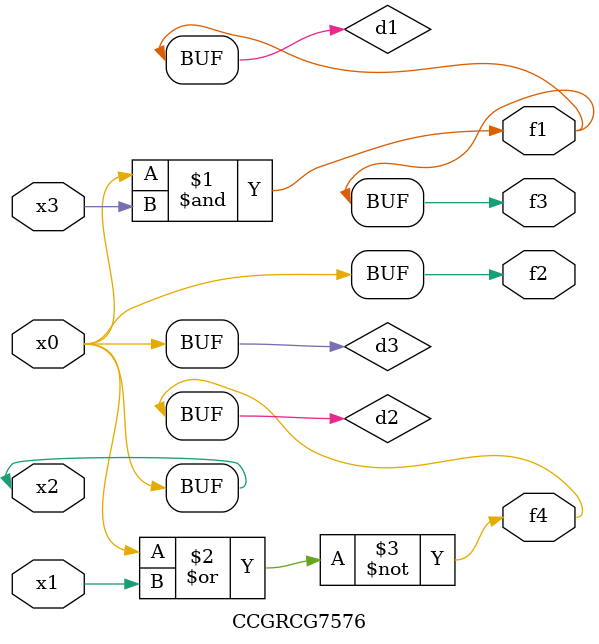
<source format=v>
module CCGRCG7576(
	input x0, x1, x2, x3,
	output f1, f2, f3, f4
);

	wire d1, d2, d3;

	and (d1, x2, x3);
	nor (d2, x0, x1);
	buf (d3, x0, x2);
	assign f1 = d1;
	assign f2 = d3;
	assign f3 = d1;
	assign f4 = d2;
endmodule

</source>
